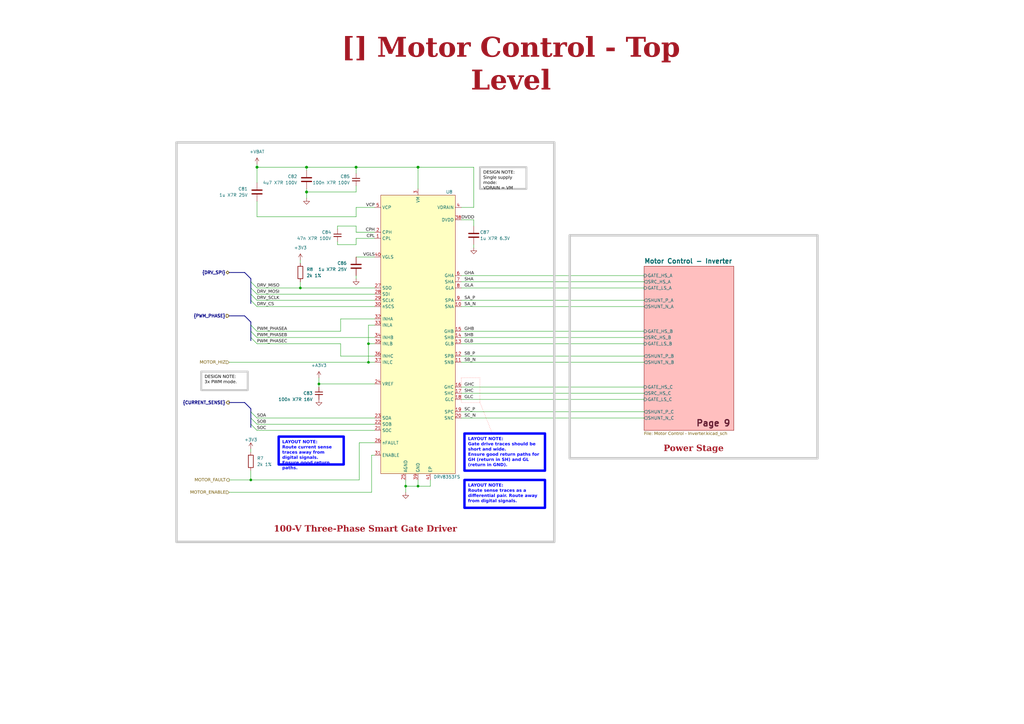
<source format=kicad_sch>
(kicad_sch (version 20230121) (generator eeschema)
  (paper "A3")
  (title_block (title "Motor Control - Top Level") (date "2023-10-16") (rev "${REVISION}") (company "${COMPANY}"))
  (lib_symbols
    (symbol "0_motor_driver:DRV8353FS"
      (property "Reference" "U" (at -13.97 86.36 0))
      (property "Value" "DRV8353FS" (at 7.62 0 0))
      (symbol "DRV8353FS_1_1"
        (rectangle (start -15.24 95.25) (end 15.24 -19.05) (fill (type background)))
        (pin passive line (at -17.78 77.47 0) (length 2.54) (name "CPL") (number "1"))
        (pin input line (at 17.78 49.53 180) (length 2.54) (name "SNA") (number "10"))
        (pin input line (at 17.78 26.67 180) (length 2.54) (name "SNB") (number "11"))
        (pin input line (at 17.78 29.21 180) (length 2.54) (name "SPB") (number "12"))
        (pin output line (at 17.78 34.29 180) (length 2.54) (name "GLB") (number "13"))
        (pin input line (at 17.78 36.83 180) (length 2.54) (name "SHB") (number "14"))
        (pin output line (at 17.78 39.37 180) (length 2.54) (name "GHB") (number "15"))
        (pin output line (at 17.78 16.51 180) (length 2.54) (name "GHC") (number "16"))
        (pin input line (at 17.78 13.97 180) (length 2.54) (name "SHC") (number "17"))
        (pin output line (at 17.78 11.43 180) (length 2.54) (name "GLC") (number "18"))
        (pin input line (at 17.78 6.35 180) (length 2.54) (name "SPC") (number "19"))
        (pin passive line (at -17.78 80.01 0) (length 2.54) (name "CPH") (number "2"))
        (pin input line (at 17.78 3.81 180) (length 2.54) (name "SNC") (number "20"))
        (pin output line (at -17.78 -1.27 0) (length 2.54) (name "SOC") (number "21"))
        (pin output line (at -17.78 1.27 0) (length 2.54) (name "SOB") (number "22"))
        (pin output line (at -17.78 3.81 0) (length 2.54) (name "SOA") (number "23"))
        (pin power_in line (at -17.78 17.78 0) (length 2.54) (name "VREF") (number "24"))
        (pin power_in line (at -5.08 -21.59 90) (length 2.54) (name "AGND") (number "25"))
        (pin open_collector line (at -17.78 -6.35 0) (length 2.54) (name "nFAULT") (number "26"))
        (pin open_collector line (at -17.78 57.15 0) (length 2.54) (name "SDO") (number "27"))
        (pin input line (at -17.78 54.61 0) (length 2.54) (name "SDI") (number "28"))
        (pin input line (at -17.78 52.07 0) (length 2.54) (name "SCLK") (number "29"))
        (pin power_in line (at 0 97.79 270) (length 2.54) (name "VM") (number "3"))
        (pin input line (at -17.78 49.53 0) (length 2.54) (name "nSCS") (number "30"))
        (pin input line (at -17.78 -11.43 0) (length 2.54) (name "ENABLE") (number "31"))
        (pin input line (at -17.78 44.45 0) (length 2.54) (name "INHA") (number "32"))
        (pin input line (at -17.78 41.91 0) (length 2.54) (name "INLA") (number "33"))
        (pin input line (at -17.78 36.83 0) (length 2.54) (name "INHB") (number "34"))
        (pin input line (at -17.78 34.29 0) (length 2.54) (name "INLB") (number "35"))
        (pin input line (at -17.78 29.21 0) (length 2.54) (name "INHC") (number "36"))
        (pin input line (at -17.78 26.67 0) (length 2.54) (name "INLC") (number "37"))
        (pin power_out line (at 17.78 85.09 180) (length 2.54) (name "DVDD") (number "38"))
        (pin power_in line (at 0 -21.59 90) (length 2.54) (name "GND") (number "39"))
        (pin input line (at 17.78 90.17 180) (length 2.54) (name "VDRAIN") (number "4"))
        (pin passive line (at -17.78 69.85 0) (length 2.54) (name "VGLS") (number "40"))
        (pin passive line (at 5.08 -21.59 90) (length 2.54) (name "EP") (number "41"))
        (pin passive line (at -17.78 90.17 0) (length 2.54) (name "VCP") (number "5"))
        (pin output line (at 17.78 62.23 180) (length 2.54) (name "GHA") (number "6"))
        (pin input line (at 17.78 59.69 180) (length 2.54) (name "SHA") (number "7"))
        (pin output line (at 17.78 57.15 180) (length 2.54) (name "GLA") (number "8"))
        (pin input line (at 17.78 52.07 180) (length 2.54) (name "SPA") (number "9"))
      )
    )
    (symbol "0_power_symbols:+A3V3" (power) (pin_names (offset 0))
      (property "Value" "+A3V3" (at 0 3.556 0))
      (symbol "+A3V3_0_1"
        (polyline (pts (xy -0.762 1.27) (xy 0 2.54)))
        (polyline (pts (xy 0 0) (xy 0 2.54)))
        (polyline (pts (xy 0 2.54) (xy 0.762 1.27)))
      )
      (symbol "+A3V3_1_1"
        (pin power_in line (at 0 0 90) (length 0) hide (name "+A3V3") (number "1"))
      )
    )
    (symbol "0_power_symbols:+VBAT" (power) (pin_names (offset 0))
      (property "Value" "+VBAT" (at 0 3.556 0))
      (symbol "+VBAT_0_1"
        (polyline (pts (xy -0.762 1.27) (xy 0 2.54)))
        (polyline (pts (xy 0 0) (xy 0 2.54)))
        (polyline (pts (xy 0 2.54) (xy 0.762 1.27)))
      )
      (symbol "+VBAT_1_1"
        (pin power_in line (at 0 0 90) (length 0) hide (name "+VBAT") (number "1"))
      )
    )
    (symbol "Device:C" (pin_numbers hide) (pin_names (offset 0.254))
      (property "Reference" "C" (at 0.635 2.54 0))
      (property "Value" "C" (at 0.635 -2.54 0))
      (symbol "C_0_1"
        (polyline (pts (xy -2.032 -0.762) (xy 2.032 -0.762)) (stroke (width 0.508)))
        (polyline (pts (xy -2.032 0.762) (xy 2.032 0.762)) (stroke (width 0.508)))
      )
      (symbol "C_1_1"
        (pin passive line (at 0 3.81 270) (length 2.794) (name "~") (number "1"))
        (pin passive line (at 0 -3.81 90) (length 2.794) (name "~") (number "2"))
      )
    )
    (symbol "Device:C_Small" (pin_numbers hide) (pin_names (offset 0.254) hide)
      (property "Reference" "C" (at 0.254 1.778 0))
      (property "Value" "C_Small" (at 0.254 -2.032 0))
      (symbol "C_Small_0_1"
        (polyline (pts (xy -1.524 -0.508) (xy 1.524 -0.508)) (stroke (width 0.3302)))
        (polyline (pts (xy -1.524 0.508) (xy 1.524 0.508)) (stroke (width 0.3048)))
      )
      (symbol "C_Small_1_1"
        (pin passive line (at 0 2.54 270) (length 2.032) (name "~") (number "1"))
        (pin passive line (at 0 -2.54 90) (length 2.032) (name "~") (number "2"))
      )
    )
    (symbol "Device:R" (pin_numbers hide) (pin_names (offset 0))
      (property "Reference" "R" (at 2.032 0 90))
      (property "Value" "R" (at 0 0 90))
      (symbol "R_0_1"
        (rectangle (start -1.016 -2.54) (end 1.016 2.54) (stroke (width 0.254)))
      )
      (symbol "R_1_1"
        (pin passive line (at 0 3.81 270) (length 1.27) (name "~") (number "1"))
        (pin passive line (at 0 -3.81 90) (length 1.27) (name "~") (number "2"))
      )
    )
    (symbol "power:+3V3" (power) (pin_names (offset 0))
      (property "Value" "+3V3" (at 0 3.556 0))
      (symbol "+3V3_0_1"
        (polyline (pts (xy -0.762 1.27) (xy 0 2.54)))
        (polyline (pts (xy 0 0) (xy 0 2.54)))
        (polyline (pts (xy 0 2.54) (xy 0.762 1.27)))
      )
      (symbol "+3V3_1_1"
        (pin power_in line (at 0 0 90) (length 0) hide (name "+3V3") (number "1"))
      )
    )
    (symbol "power:GND" (power) (pin_names (offset 0))
      (property "Value" "GND" (at 0 -3.81 0))
      (symbol "GND_0_1"
        (polyline (pts (xy 0 0) (xy 0 -1.27) (xy 1.27 -1.27) (xy 0 -2.54) (xy -1.27 -1.27) (xy 0 -1.27)))
      )
      (symbol "GND_1_1"
        (pin power_in line (at 0 0 270) (length 0) hide (name "GND") (number "1"))
      )
    )
  )
  (junction (at 125.73 78.74) (diameter 1.016))
  (junction (at 146.05 68.58) (diameter 1.016))
  (junction (at 125.73 68.58) (diameter 1.016))
  (junction (at 171.45 199.39))
  (junction (at 105.41 68.58) (diameter 1.016))
  (junction (at 171.45 68.58) (diameter 1.016))
  (junction (at 123.19 118.11))
  (junction (at 166.37 199.39))
  (junction (at 130.81 157.48))
  (junction (at 151.13 140.97))
  (junction (at 102.87 196.85))
  (junction (at 151.13 148.59))
  (bus_entry (at 105.41 123.19) (size -2.54 -2.54))
  (bus_entry (at 105.41 176.53) (size -2.54 -2.54))
  (bus_entry (at 105.41 140.97) (size -2.54 -2.54))
  (bus_entry (at 105.41 171.45) (size -2.54 -2.54))
  (bus_entry (at 105.41 125.73) (size -2.54 -2.54))
  (bus_entry (at 105.41 173.99) (size -2.54 -2.54))
  (bus_entry (at 105.41 120.65) (size -2.54 -2.54))
  (bus_entry (at 105.41 118.11) (size -2.54 -2.54))
  (bus_entry (at 105.41 138.43) (size -2.54 -2.54))
  (bus_entry (at 105.41 135.89) (size -2.54 -2.54))
  (wire (pts (xy 189.23 146.05) (xy 264.16 146.05)))
  (wire (pts (xy 138.43 92.71) (xy 146.05 92.71)))
  (bus (pts (xy 102.87 118.11) (xy 102.87 120.65)))
  (wire (pts (xy 171.45 68.58) (xy 194.31 68.58)))
  (wire (pts (xy 152.4 186.69) (xy 153.67 186.69)))
  (wire (pts (xy 105.41 171.45) (xy 153.67 171.45)))
  (wire (pts (xy 123.19 115.57) (xy 123.19 118.11)))
  (wire (pts (xy 105.41 138.43) (xy 153.67 138.43)))
  (wire (pts (xy 138.43 100.33) (xy 146.05 100.33)))
  (bus (pts (xy 100.33 111.76) (xy 93.98 111.76)))
  (wire (pts (xy 194.31 90.17) (xy 189.23 90.17)))
  (wire (pts (xy 105.41 140.97) (xy 139.7 140.97)))
  (wire (pts (xy 166.37 201.93) (xy 166.37 199.39)))
  (wire (pts (xy 166.37 199.39) (xy 171.45 199.39)))
  (bus (pts (xy 102.87 167.64) (xy 100.33 165.1)))
  (bus (pts (xy 102.87 138.43) (xy 102.87 139.7)))
  (wire (pts (xy 146.05 105.41) (xy 153.67 105.41)))
  (wire (pts (xy 194.31 100.33) (xy 194.31 101.6)))
  (wire (pts (xy 105.41 88.9) (xy 146.05 88.9)))
  (wire (pts (xy 171.45 68.58) (xy 171.45 77.47)))
  (wire (pts (xy 130.81 157.48) (xy 130.81 158.75)))
  (bus (pts (xy 102.87 132.08) (xy 100.33 129.54)))
  (bus (pts (xy 102.87 167.64) (xy 102.87 168.91)))
  (wire (pts (xy 153.67 146.05) (xy 139.7 146.05)))
  (wire (pts (xy 102.87 196.85) (xy 147.32 196.85)))
  (bus (pts (xy 102.87 120.65) (xy 102.87 123.19)))
  (wire (pts (xy 146.05 100.33) (xy 146.05 97.79)))
  (bus (pts (xy 102.87 133.35) (xy 102.87 135.89)))
  (wire (pts (xy 189.23 138.43) (xy 264.16 138.43)))
  (bus (pts (xy 102.87 115.57) (xy 102.87 118.11)))
  (wire (pts (xy 153.67 133.35) (xy 151.13 133.35)))
  (wire (pts (xy 93.98 196.85) (xy 102.87 196.85)))
  (wire (pts (xy 189.23 125.73) (xy 264.16 125.73)))
  (wire (pts (xy 189.23 158.75) (xy 264.16 158.75)))
  (bus (pts (xy 102.87 123.19) (xy 102.87 124.46)))
  (wire (pts (xy 102.87 184.15) (xy 102.87 185.42)))
  (wire (pts (xy 151.13 148.59) (xy 153.67 148.59)))
  (wire (pts (xy 166.37 196.85) (xy 166.37 199.39)))
  (wire (pts (xy 102.87 193.04) (xy 102.87 196.85)))
  (wire (pts (xy 125.73 68.58) (xy 125.73 69.85)))
  (wire (pts (xy 152.4 201.93) (xy 152.4 186.69)))
  (wire (pts (xy 123.19 106.68) (xy 123.19 107.95)))
  (wire (pts (xy 146.05 85.09) (xy 153.67 85.09)))
  (wire (pts (xy 146.05 78.74) (xy 146.05 76.2)))
  (wire (pts (xy 189.23 118.11) (xy 264.16 118.11)))
  (wire (pts (xy 146.05 88.9) (xy 146.05 85.09)))
  (wire (pts (xy 105.41 68.58) (xy 105.41 74.93)))
  (wire (pts (xy 189.23 135.89) (xy 264.16 135.89)))
  (wire (pts (xy 105.41 118.11) (xy 123.19 118.11)))
  (wire (pts (xy 139.7 146.05) (xy 139.7 140.97)))
  (wire (pts (xy 93.98 201.93) (xy 152.4 201.93)))
  (wire (pts (xy 125.73 68.58) (xy 146.05 68.58)))
  (wire (pts (xy 93.98 148.59) (xy 151.13 148.59)))
  (wire (pts (xy 105.41 176.53) (xy 153.67 176.53)))
  (wire (pts (xy 176.53 199.39) (xy 176.53 196.85)))
  (wire (pts (xy 171.45 199.39) (xy 171.45 196.85)))
  (wire (pts (xy 189.23 161.29) (xy 264.16 161.29)))
  (wire (pts (xy 105.41 67.31) (xy 105.41 68.58)))
  (wire (pts (xy 151.13 140.97) (xy 151.13 148.59)))
  (wire (pts (xy 189.23 113.03) (xy 264.16 113.03)))
  (wire (pts (xy 105.41 82.55) (xy 105.41 88.9)))
  (wire (pts (xy 189.23 171.45) (xy 264.16 171.45)))
  (wire (pts (xy 189.23 85.09) (xy 194.31 85.09)))
  (wire (pts (xy 151.13 133.35) (xy 151.13 140.97)))
  (wire (pts (xy 105.41 173.99) (xy 153.67 173.99)))
  (wire (pts (xy 189.23 115.57) (xy 264.16 115.57)))
  (wire (pts (xy 125.73 78.74) (xy 125.73 77.47)))
  (wire (pts (xy 105.41 125.73) (xy 153.67 125.73)))
  (bus (pts (xy 102.87 114.3) (xy 102.87 115.57)))
  (wire (pts (xy 147.32 181.61) (xy 153.67 181.61)))
  (wire (pts (xy 139.7 130.81) (xy 153.67 130.81)))
  (bus (pts (xy 102.87 135.89) (xy 102.87 138.43)))
  (polyline (pts (xy 196.85 165.1) (xy 201.93 177.8)) (stroke (width 0) (type dot) (color 255 0 0 1)))
  (wire (pts (xy 130.81 157.48) (xy 153.67 157.48)))
  (bus (pts (xy 102.87 114.3) (xy 100.33 111.76)))
  (bus (pts (xy 100.33 165.1) (xy 93.98 165.1)))
  (wire (pts (xy 171.45 199.39) (xy 176.53 199.39)))
  (bus (pts (xy 102.87 171.45) (xy 102.87 173.99)))
  (wire (pts (xy 151.13 140.97) (xy 153.67 140.97)))
  (wire (pts (xy 189.23 163.83) (xy 264.16 163.83)))
  (wire (pts (xy 125.73 78.74) (xy 125.73 81.28)))
  (wire (pts (xy 147.32 196.85) (xy 147.32 181.61)))
  (wire (pts (xy 189.23 148.59) (xy 264.16 148.59)))
  (wire (pts (xy 146.05 92.71) (xy 146.05 95.25)))
  (wire (pts (xy 146.05 95.25) (xy 153.67 95.25)))
  (wire (pts (xy 105.41 135.89) (xy 139.7 135.89)))
  (wire (pts (xy 189.23 168.91) (xy 264.16 168.91)))
  (wire (pts (xy 105.41 68.58) (xy 125.73 68.58)))
  (wire (pts (xy 194.31 92.71) (xy 194.31 90.17)))
  (wire (pts (xy 146.05 68.58) (xy 146.05 71.12)))
  (wire (pts (xy 138.43 99.06) (xy 138.43 100.33)))
  (wire (pts (xy 138.43 92.71) (xy 138.43 93.98)))
  (wire (pts (xy 146.05 68.58) (xy 171.45 68.58)))
  (wire (pts (xy 194.31 68.58) (xy 194.31 85.09)))
  (wire (pts (xy 189.23 140.97) (xy 264.16 140.97)))
  (wire (pts (xy 125.73 78.74) (xy 146.05 78.74)))
  (wire (pts (xy 139.7 135.89) (xy 139.7 130.81)))
  (wire (pts (xy 105.41 123.19) (xy 153.67 123.19)))
  (bus (pts (xy 102.87 173.99) (xy 102.87 175.26)))
  (wire (pts (xy 105.41 120.65) (xy 153.67 120.65)))
  (bus (pts (xy 102.87 168.91) (xy 102.87 171.45)))
  (wire (pts (xy 146.05 113.03) (xy 146.05 114.3)))
  (bus (pts (xy 100.33 129.54) (xy 93.98 129.54)))
  (wire (pts (xy 146.05 97.79) (xy 153.67 97.79)))
  (wire (pts (xy 123.19 118.11) (xy 153.67 118.11)))
  (bus (pts (xy 102.87 132.08) (xy 102.87 133.35)))
  (wire (pts (xy 189.23 123.19) (xy 264.16 123.19)))
  (wire (pts (xy 130.81 154.94) (xy 130.81 157.48)))
  (rectangle (start 189.23 154.94) (end 196.85 165.1) (stroke (width 0) (type dot) (color 255 0 0 1)))
  (rectangle (start 72.39 58.42) (end 227.33 222.25) (stroke (width 1) (color 200 200 200 1)))
  (rectangle (start 233.68 96.52) (end 335.28 187.96) (stroke (width 1) (color 200 200 200 1)))
  (text_box "DESIGN NOTE:\n3x PWM mode." (at 82.55 152.4 0) (size 19.05 7.62) (stroke (width 0.8) (color 200 200 200 1)) (effects (font (size 1.27 1.27)) (justify left top)))
  (text_box "[${#}] ${TITLE}" (at 128.27 20.32 0) (size 162.56 12.7) (stroke (width -0.0001)) (effects (font (size 8 8) (thickness 1.2) bold)))
  (text_box "LAYOUT NOTE:\nGate drive traces should be short and wide. \nEnsure good return paths for GH (return in SH) and GL (return in GND)." (at 190.5 177.8 0) (size 33.02 15.24) (stroke (width 1) (color 0 0 255 1)) (effects (font (size 1.27 1.27) (thickness 0.4) bold) (justify left top)))
  (text_box "LAYOUT NOTE:\nRoute sense traces as a differential pair. Route away from digital signals." (at 190.5 196.85 0) (size 33.02 11.43) (stroke (width 1) (color 0 0 255 1)) (effects (font (size 1.27 1.27) (thickness 0.4) bold) (justify left top)))
  (text_box "DESIGN NOTE:\nSingle supply mode:\nVDRAIN = VM" (at 196.85 68.58 0) (size 19.05 8.89) (stroke (width 0.8) (color 200 200 200 1)) (effects (font (size 1.27 1.27)) (justify left top)))
  (text_box "LAYOUT NOTE:\nRoute current sense traces away from digital signals.\nEnsure good return paths." (at 114.3 179.07 0) (size 26.67 11.43) (stroke (width 1) (color 0 0 255 1)) (effects (font (size 1.27 1.27) (thickness 0.4) bold) (justify left top)))
  (text_box "Power Stage" (at 236.22 177.8 0) (size 96.52 9.525) (stroke (width -0.0001)) (effects (font (size 2.54 2.54) (thickness 0.508) bold) (justify bottom)))
  (text_box "100-V Three-Phase Smart Gate Driver" (at 73.66 210.82 0) (size 152.4 9.525) (stroke (width -0.0001)) (effects (font (size 2.54 2.54) (thickness 0.508) bold) (justify bottom)))
  (text "Page 9" (at 299.72 175.26 0) (effects (font (size 2.54 2.54) bold) (justify right bottom)))
  (label "DRV_MOSI" (at 105.41 120.65 0))
  (label "SB_P" (at 190.5 146.05 0))
  (label "PWM_PHASEA" (at 105.41 135.89 0))
  (label "SHA" (at 190.5 115.57 0))
  (label "SOA" (at 105.41 171.45 0))
  (label "DRV_CS" (at 105.41 125.73 0))
  (label "GLA" (at 190.5 118.11 0))
  (label "PWM_PHASEB" (at 105.41 138.43 0))
  (label "GLC" (at 190.5 163.83 0))
  (label "SB_N" (at 190.5 148.59 0))
  (label "GLB" (at 190.5 140.97 0))
  (label "GHC" (at 190.5 158.75 0))
  (label "CPL" (at 153.67 97.79 180))
  (label "DVDD" (at 189.23 90.17 0))
  (label "SA_P" (at 190.5 123.19 0))
  (label "CPH" (at 153.67 95.25 180))
  (label "SC_P" (at 190.5 168.91 0))
  (label "VGLS" (at 153.67 105.41 180))
  (label "DRV_MISO" (at 105.41 118.11 0))
  (label "SA_N" (at 190.5 125.73 0))
  (label "SOC" (at 105.41 176.53 0))
  (label "PWM_PHASEC" (at 105.41 140.97 0))
  (label "SOB" (at 105.41 173.99 0))
  (label "SHC" (at 190.5 161.29 0))
  (label "GHA" (at 190.5 113.03 0))
  (label "VCP" (at 153.67 85.09 180))
  (label "SHB" (at 190.5 138.43 0))
  (label "SC_N" (at 190.5 171.45 0))
  (label "DRV_SCLK" (at 105.41 123.19 0))
  (label "GHB" (at 190.5 135.89 0))
  (hierarchical_label "MOTOR_HIZ" (shape input) (at 93.98 148.59 180))
  (hierarchical_label "{PWM_PHASE}" (shape input) (at 93.98 129.54 180) (effects (font bold)))
  (hierarchical_label "MOTOR_ENABLE" (shape input) (at 93.98 201.93 180))
  (hierarchical_label "{DRV_SPI}" (shape bidirectional) (at 93.98 111.76 180) (effects (font bold)))
  (hierarchical_label "MOTOR_FAULT" (shape output) (at 93.98 196.85 180))
  (hierarchical_label "{CURRENT_SENSE}" (shape output) (at 93.98 165.1 180) (effects (font bold)))
  (symbol (lib_id "power:GND") (at 146.05 114.3 0) (unit 1)
    (property "Reference" "#PWR031" (effects hide))
    (property "Value" "GND" (effects hide))
  )
  (symbol (lib_id "0_power_symbols:+VBAT") (at 105.41 67.31 0) (unit 1)
    (property "Reference" "#PWR026" (effects hide))
    (property "Value" "+VBAT" (at 105.41 62.23 0))
  )
  (symbol (lib_id "Device:C_Small") (at 130.81 161.29 0) (mirror y) (unit 1)
    (property "Reference" "C83" (at 128.27 161.29 0) (effects (justify left)))
    (property "Value" "100n X7R 16V" (at 128.27 163.83 0) (effects (justify left)))
    (property "Footprint" "0_capacitor_smd:C_0402_1005_DensityHigh" (effects hide))
    (property "Datasheet" "https://search.murata.co.jp/Ceramy/image/img/A01X/G101/ENG/GCM155R71C104KA55-01.pdf" (effects hide))
    (property "Description" "0.1 µF ±10% 16V Ceramic Capacitor X7R 0402 (1005 Metric)" (effects hide))
    (property "Manufacturer" "Murata Electronics" (effects hide))
    (property "Manufacturer Part Number" "GCM155R71C104KA55D" (effects hide))
    (property "Supplier 1" "Digikey" (effects hide))
    (property "Supplier Part Number 1" "490-4759-1-ND" (effects hide))
  )
  (symbol (lib_id "0_power_symbols:+A3V3") (at 130.81 154.94 0) (unit 1)
    (property "Reference" "#PWR029" (effects hide))
    (property "Value" "+A3V3" (at 130.81 149.86 0))
  )
  (symbol (lib_id "Device:C_Small") (at 146.05 73.66 0) (mirror y) (unit 1)
    (property "Reference" "C85" (at 143.51 72.39 0) (effects (justify left)))
    (property "Value" "100n X7R 100V" (at 143.51 74.93 0) (effects (justify left)))
    (property "Footprint" "0_capacitor_smd:C_0603_1608_DensityHigh" (effects hide))
    (property "Datasheet" "https://mm.digikey.com/Volume0/opasdata/d220001/medias/docus/21/HMK107B7104KAHT_SS.pdf" (effects hide))
    (property "Description" "0.1 µF ±10% 100V Ceramic Capacitor X7R 0603 (1608 Metric)" (effects hide))
    (property "Manufacturer" "Taiyo Yuden" (effects hide))
    (property "Manufacturer Part Number" "HMK107B7104KAHT" (effects hide))
    (property "Supplier 1" "Digikey" (effects hide))
    (property "Supplier Part Number 1" "587-6009-1-ND" (effects hide))
  )
  (symbol (lib_id "Device:C") (at 146.05 109.22 0) (mirror y) (unit 1)
    (property "Reference" "C86" (at 142.24 107.95 0) (effects (justify left)))
    (property "Value" "1u X7R 25V" (at 142.24 110.49 0) (effects (justify left)))
    (property "Footprint" "0_capacitor_smd:C_0603_1608_DensityHigh" (effects hide))
    (property "Datasheet" "https://mm.digikey.com/Volume0/opasdata/d220001/medias/docus/2146/TMK107AB7105KAHT_SS.pdf" (effects hide))
    (property "Description" "1 µF ±10% 25V Ceramic Capacitor X7R 0603 (1608 Metric)" (effects hide))
    (property "Manufacturer" "Taiyo Yuden" (effects hide))
    (property "Manufacturer Part Number" "TMK107AB7105KAHT" (effects hide))
    (property "Supplier 1" "Digikey" (effects hide))
    (property "Supplier Part Number 1" "587-3467-1-ND" (effects hide))
  )
  (symbol (lib_id "power:GND") (at 166.37 201.93 0) (unit 1)
    (property "Reference" "#PWR033" (effects hide))
    (property "Value" "GND" (effects hide))
  )
  (symbol (lib_id "power:GND") (at 130.81 163.83 0) (unit 1)
    (property "Reference" "#PWR030" (effects hide))
    (property "Value" "GND" (effects hide))
  )
  (symbol (lib_id "Device:C") (at 125.73 73.66 0) (mirror y) (unit 1)
    (property "Reference" "C82" (at 121.92 72.39 0) (effects (justify left)))
    (property "Value" "4u7 X7R 100V" (at 121.92 74.93 0) (effects (justify left)))
    (property "Footprint" "0_capacitor_smd:C_1206_3216_DensityHighest" (effects hide))
    (property "Datasheet" "https://search.murata.co.jp/Ceramy/image/img/A01X/G101/ENG/GRJ31CZ72A475KE01-01.pdf" (effects hide))
    (property "Description" "4.7 µF ±10% 100V Ceramic Capacitor X7R 1206 (3216 Metric)" (effects hide))
    (property "Manufacturer" "Murata Electronics" (effects hide))
    (property "Manufacturer Part Number" "GRJ31CZ72A475KE01L" (effects hide))
    (property "Supplier 1" "Digikey" (effects hide))
    (property "Supplier Part Number 1" "490-GRJ31CZ72A475KE01LCT-ND" (effects hide))
  )
  (symbol (lib_id "Device:C") (at 194.31 96.52 0) (unit 1)
    (property "Reference" "C87" (at 196.85 95.25 0) (effects (justify left)))
    (property "Value" "1u X7R 6.3V" (at 196.85 97.79 0) (effects (justify left)))
    (property "Footprint" "0_capacitor_smd:C_0402_1005_DensityHigh" (effects hide))
    (property "Datasheet" "https://search.murata.co.jp/Ceramy/image/img/A01X/G101/ENG/GRT155R70J105KE01-01.pdf" (effects hide))
    (property "Description" "1 µF ±10% 6.3V Ceramic Capacitor X7R 0402 (1005 Metric)" (effects hide))
    (property "Manufacturer" "Murata Electronics" (effects hide))
    (property "Manufacturer Part Number" "GRT155R70J105KE01D" (effects hide))
    (property "Supplier 1" "Digikey" (effects hide))
    (property "Supplier Part Number 1" "490-18216-1-ND" (effects hide))
  )
  (symbol (lib_id "Device:R") (at 102.87 189.23 0) (unit 1)
    (property "Reference" "R7" (at 105.41 187.96 0) (effects (justify left)))
    (property "Value" "2k 1%" (at 105.41 190.5 0) (effects (justify left)))
    (property "Footprint" "0_resistor_smd:R_0402_1005_DensityHigh" (effects hide))
    (property "Datasheet" "https://industrial.panasonic.com/cdbs/www-data/pdf/RDA0000/AOA0000C304.pdf" (effects hide))
    (property "Description" "RES SMD 2K OHM 1% 1/10W 0402" (effects hide))
    (property "Manufacturer" "Vishay" (effects hide))
    (property "Manufacturer Part Number" "ERJ-2RKF2001X" (effects hide))
    (property "Supplier 1" "Digikey" (effects hide))
    (property "Supplier Part Number 1" "P2.00KLCT-ND" (effects hide))
  )
  (symbol (lib_id "Device:C") (at 105.41 78.74 0) (mirror y) (unit 1)
    (property "Reference" "C81" (at 101.6 77.47 0) (effects (justify left)))
    (property "Value" "1u X7R 25V" (at 101.6 80.01 0) (effects (justify left)))
    (property "Footprint" "0_capacitor_smd:C_0603_1608_DensityHigh" (effects hide))
    (property "Datasheet" "https://mm.digikey.com/Volume0/opasdata/d220001/medias/docus/2146/TMK107AB7105KAHT_SS.pdf" (effects hide))
    (property "Description" "1 µF ±10% 25V Ceramic Capacitor X7R 0603 (1608 Metric)" (effects hide))
    (property "Manufacturer" "Taiyo Yuden" (effects hide))
    (property "Manufacturer Part Number" "TMK107AB7105KAHT" (effects hide))
    (property "Supplier 1" "Digikey" (effects hide))
    (property "Supplier Part Number 1" "587-3467-1-ND" (effects hide))
  )
  (symbol (lib_id "power:+3V3") (at 123.19 106.68 0) (unit 1)
    (property "Reference" "#PWR027" (effects hide))
    (property "Value" "+3V3" (at 123.19 101.6 0))
  )
  (symbol (lib_id "Device:C_Small") (at 138.43 96.52 0) (mirror y) (unit 1)
    (property "Reference" "C84" (at 135.89 95.25 0) (effects (justify left)))
    (property "Value" "47n X7R 100V" (at 135.89 97.79 0) (effects (justify left)))
    (property "Footprint" "0_capacitor_smd:C_0603_1608_DensityHigh" (effects hide))
    (property "Datasheet" "https://connect.kemet.com:7667/gateway/IntelliData-ComponentDocumentation/1.0/download/datasheet/C0603C473K1RECAUTO" (effects hide))
    (property "Description" "0.047 µF ±10% 100V Ceramic Capacitor X7R 0603 (1608 Metric)" (effects hide))
    (property "Manufacturer" "KEMET" (effects hide))
    (property "Manufacturer Part Number" "C0603C473K1RECAUTO" (effects hide))
    (property "Supplier 1" "Digikey" (effects hide))
    (property "Supplier Part Number 1" "399-14764-1-ND" (effects hide))
  )
  (symbol (lib_id "power:GND") (at 194.31 101.6 0) (unit 1)
    (property "Reference" "#PWR034" (effects hide))
    (property "Value" "GND" (effects hide))
  )
  (symbol (lib_id "0_motor_driver:DRV8353FS") (at 171.45 175.26 0) (unit 1)
    (property "Reference" "U8" (at 182.88 78.74 0) (effects (justify left)))
    (property "Value" "DRV8353FS" (at 177.8 195.58 0) (effects (justify left)))
    (property "Footprint" "0_package_DFN_QFN:WQFN-40-1EP_6x6mm_P0.5mm_EP4.15x4.15mm_ThermalVias" (effects hide))
    (property "Datasheet" "https://www.ti.com/lit/ds/symlink/drv8353f.pdf" (effects hide))
    (property "Description" "DRV835xF 100-V Three-Phase Smart Gate Driver" (effects hide))
    (property "Manufacturer" "Texas Instruments" (effects hide))
    (property "Manufacturer Part Number" "DRV8353FSRTAR" (effects hide))
    (property "Supplier 1" "Digikey" (effects hide))
    (property "Supplier Part Number 1" "296-DRV8353FSRTARCT-ND" (effects hide))
  )
  (symbol (lib_id "power:+3V3") (at 102.87 184.15 0) (unit 1)
    (property "Reference" "#PWR025" (effects hide))
    (property "Value" "+3V3" (at 102.87 180.34 0))
  )
  (symbol (lib_id "Device:R") (at 123.19 111.76 0) (unit 1)
    (property "Reference" "R8" (at 125.73 110.49 0) (effects (justify left)))
    (property "Value" "2k 1%" (at 125.73 113.03 0) (effects (justify left)))
    (property "Footprint" "0_resistor_smd:R_0402_1005_DensityHigh" (effects hide))
    (property "Datasheet" "https://industrial.panasonic.com/cdbs/www-data/pdf/RDA0000/AOA0000C304.pdf" (effects hide))
    (property "Description" "RES SMD 2K OHM 1% 1/10W 0402" (effects hide))
    (property "Manufacturer" "Vishay" (effects hide))
    (property "Manufacturer Part Number" "ERJ-2RKF2001X" (effects hide))
    (property "Supplier 1" "Digikey" (effects hide))
    (property "Supplier Part Number 1" "P2.00KLCT-ND" (effects hide))
  )
  (symbol (lib_id "power:GND") (at 125.73 81.28 0) (unit 1)
    (property "Reference" "#PWR028" (effects hide))
    (property "Value" "GND" (effects hide))
  )
  (sheet (at 264.16 109.22) (size 36.83 67.31) (stroke (width 0.1524)) (fill (color 255 128 128 0.5000))
    (property "Sheetname" "Motor Control - Inverter" (at 264.16 108.1909 0) (effects (font (size 1.905 1.905) bold) (justify left bottom)))
    (property "Sheetfile" "Motor Control - Inverter.kicad_sch" (at 264.16 177.1146 0) (effects (justify left top)))
    (pin "GATE_HS_C" input (at 264.16 158.75 180))
    (pin "SRC_HS_C" output (at 264.16 161.29 180))
    (pin "GATE_LS_C" input (at 264.16 163.83 180))
    (pin "SHUNT_P_C" output (at 264.16 168.91 180))
    (pin "SHUNT_N_C" output (at 264.16 171.45 180))
    (pin "SRC_HS_B" output (at 264.16 138.43 180))
    (pin "SHUNT_P_B" output (at 264.16 146.05 180))
    (pin "SHUNT_N_B" output (at 264.16 148.59 180))
    (pin "GATE_HS_B" input (at 264.16 135.89 180))
    (pin "SRC_HS_A" output (at 264.16 115.57 180))
    (pin "GATE_LS_A" input (at 264.16 118.11 180))
    (pin "GATE_HS_A" input (at 264.16 113.03 180))
    (pin "SHUNT_P_A" output (at 264.16 123.19 180))
    (pin "SHUNT_N_A" output (at 264.16 125.73 180))
    (pin "GATE_LS_B" input (at 264.16 140.97 180))
  )
)
</source>
